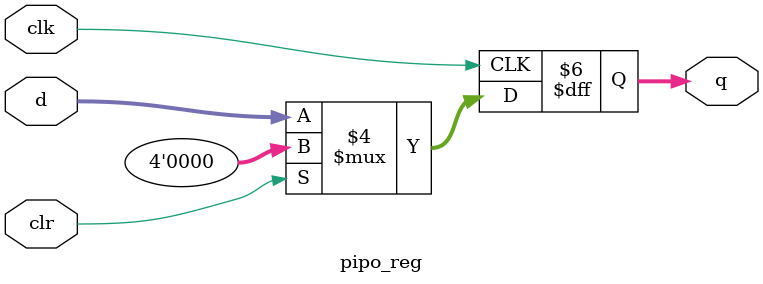
<source format=v>
`timescale 1ns / 1ps


module pipo_reg(
                output reg [3:0]q,
                input [3:0]d,
                input clk,clr
                );
            always @(posedge clk)
            if(clr==1)
                q=4'b0000;
            else begin
          q=d;
            end
            
endmodule

</source>
